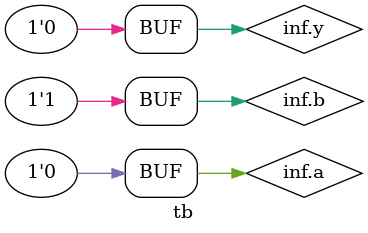
<source format=sv>
`timescale 1ns / 1ps
module tb(and_if inf);
initial begin
  $display("\n and gate output");
  $monitor("\n a=%b\t b=%b\t y=%b",inf.a,inf.b,inf.y);
  inf.y=0;
  inf.a = 0; inf.b = 0; 
  #1;
  inf.a = 1; inf.b = 0; 
  #1;
  inf.a = 0; inf.b = 1;
end

endmodule

</source>
